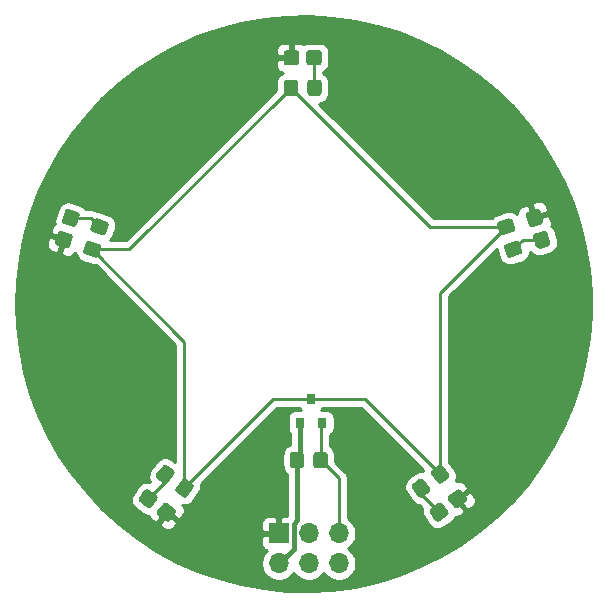
<source format=gbr>
%TF.GenerationSoftware,KiCad,Pcbnew,5.1.10-88a1d61d58~90~ubuntu20.04.1*%
%TF.CreationDate,2021-10-01T06:26:35-07:00*%
%TF.ProjectId,Moon_Addon,4d6f6f6e-5f41-4646-946f-6e2e6b696361,rev?*%
%TF.SameCoordinates,Original*%
%TF.FileFunction,Copper,L2,Bot*%
%TF.FilePolarity,Positive*%
%FSLAX45Y45*%
G04 Gerber Fmt 4.5, Leading zero omitted, Abs format (unit mm)*
G04 Created by KiCad (PCBNEW 5.1.10-88a1d61d58~90~ubuntu20.04.1) date 2021-10-01 06:26:35*
%MOMM*%
%LPD*%
G01*
G04 APERTURE LIST*
%TA.AperFunction,SMDPad,CuDef*%
%ADD10R,0.800000X0.900000*%
%TD*%
%TA.AperFunction,ComponentPad*%
%ADD11O,1.700000X1.700000*%
%TD*%
%TA.AperFunction,ComponentPad*%
%ADD12R,1.700000X1.700000*%
%TD*%
%TA.AperFunction,Conductor*%
%ADD13C,0.250000*%
%TD*%
%TA.AperFunction,Conductor*%
%ADD14C,0.400000*%
%TD*%
%TA.AperFunction,Conductor*%
%ADD15C,0.254000*%
%TD*%
%TA.AperFunction,Conductor*%
%ADD16C,0.100000*%
%TD*%
G04 APERTURE END LIST*
%TO.P,R7,2*%
%TO.N,Net-(Q2-Pad3)*%
%TA.AperFunction,SMDPad,CuDef*%
G36*
G01*
X11775807Y-9392997D02*
X11690212Y-9420809D01*
G75*
G02*
X11658710Y-9404758I-7725J23776D01*
G01*
X11637079Y-9338184D01*
G75*
G02*
X11653130Y-9306682I23776J7725D01*
G01*
X11738725Y-9278870D01*
G75*
G02*
X11770227Y-9294921I7725J-23776D01*
G01*
X11791858Y-9361496D01*
G75*
G02*
X11775807Y-9392997I-23776J-7725D01*
G01*
G37*
%TD.AperFunction*%
%TO.P,R7,1*%
%TO.N,Net-(D7-Pad1)*%
%TA.AperFunction,SMDPad,CuDef*%
G36*
G01*
X11837611Y-9583209D02*
X11752016Y-9611020D01*
G75*
G02*
X11720514Y-9594969I-7725J23776D01*
G01*
X11698883Y-9528395D01*
G75*
G02*
X11714933Y-9496893I23776J7725D01*
G01*
X11800529Y-9469082D01*
G75*
G02*
X11832030Y-9485133I7725J-23776D01*
G01*
X11853662Y-9551707D01*
G75*
G02*
X11837611Y-9583209I-23776J-7725D01*
G01*
G37*
%TD.AperFunction*%
%TD*%
%TO.P,R8,2*%
%TO.N,Net-(Q2-Pad3)*%
%TA.AperFunction,SMDPad,CuDef*%
G36*
G01*
X11135218Y-11516699D02*
X11082317Y-11443887D01*
G75*
G02*
X11087848Y-11408968I20225J14695D01*
G01*
X11144479Y-11367822D01*
G75*
G02*
X11179399Y-11373353I14695J-20225D01*
G01*
X11232300Y-11446165D01*
G75*
G02*
X11226769Y-11481085I-20225J-14695D01*
G01*
X11170138Y-11522230D01*
G75*
G02*
X11135218Y-11516699I-14695J20225D01*
G01*
G37*
%TD.AperFunction*%
%TO.P,R8,1*%
%TO.N,Net-(D8-Pad1)*%
%TA.AperFunction,SMDPad,CuDef*%
G36*
G01*
X10973414Y-11634256D02*
X10920513Y-11561444D01*
G75*
G02*
X10926044Y-11526525I20225J14695D01*
G01*
X10982676Y-11485379D01*
G75*
G02*
X11017595Y-11490910I14695J-20225D01*
G01*
X11070496Y-11563722D01*
G75*
G02*
X11064966Y-11598642I-20225J-14695D01*
G01*
X11008334Y-11639787D01*
G75*
G02*
X10973414Y-11634256I-14695J20225D01*
G01*
G37*
%TD.AperFunction*%
%TD*%
%TO.P,R9,2*%
%TO.N,Net-(Q2-Pad3)*%
%TA.AperFunction,SMDPad,CuDef*%
G36*
G01*
X8917504Y-11563722D02*
X8970405Y-11490910D01*
G75*
G02*
X9005325Y-11485379I20225J-14695D01*
G01*
X9061956Y-11526525D01*
G75*
G02*
X9067487Y-11561444I-14695J-20225D01*
G01*
X9014586Y-11634256D01*
G75*
G02*
X8979666Y-11639787I-20225J14695D01*
G01*
X8923035Y-11598642D01*
G75*
G02*
X8917504Y-11563722I14695J20225D01*
G01*
G37*
%TD.AperFunction*%
%TO.P,R9,1*%
%TO.N,Net-(D9-Pad1)*%
%TA.AperFunction,SMDPad,CuDef*%
G36*
G01*
X8755700Y-11446165D02*
X8808601Y-11373353D01*
G75*
G02*
X8843521Y-11367822I20225J-14695D01*
G01*
X8900153Y-11408968D01*
G75*
G02*
X8905683Y-11443887I-14695J-20225D01*
G01*
X8852782Y-11516699D01*
G75*
G02*
X8817863Y-11522230I-20225J14695D01*
G01*
X8761231Y-11481085D01*
G75*
G02*
X8755700Y-11446165I14695J20225D01*
G01*
G37*
%TD.AperFunction*%
%TD*%
%TO.P,R10,2*%
%TO.N,Net-(Q2-Pad3)*%
%TA.AperFunction,SMDPad,CuDef*%
G36*
G01*
X8187471Y-9469082D02*
X8273066Y-9496893D01*
G75*
G02*
X8289117Y-9528395I-7725J-23776D01*
G01*
X8267486Y-9594969D01*
G75*
G02*
X8235984Y-9611020I-23776J7725D01*
G01*
X8150389Y-9583209D01*
G75*
G02*
X8134338Y-9551707I7725J23776D01*
G01*
X8155969Y-9485133D01*
G75*
G02*
X8187471Y-9469082I23776J-7725D01*
G01*
G37*
%TD.AperFunction*%
%TO.P,R10,1*%
%TO.N,Net-(D10-Pad1)*%
%TA.AperFunction,SMDPad,CuDef*%
G36*
G01*
X8249275Y-9278870D02*
X8334870Y-9306682D01*
G75*
G02*
X8350921Y-9338184I-7725J-23776D01*
G01*
X8329289Y-9404758D01*
G75*
G02*
X8297788Y-9420809I-23776J7725D01*
G01*
X8212192Y-9392997D01*
G75*
G02*
X8196142Y-9361496I7725J23776D01*
G01*
X8217773Y-9294921D01*
G75*
G02*
X8249275Y-9278870I23776J-7725D01*
G01*
G37*
%TD.AperFunction*%
%TD*%
%TO.P,R12,2*%
%TO.N,GND*%
%TA.AperFunction,SMDPad,CuDef*%
G36*
G01*
X10005000Y-11280000D02*
X10005000Y-11370000D01*
G75*
G02*
X9980000Y-11395000I-25000J0D01*
G01*
X9910000Y-11395000D01*
G75*
G02*
X9885000Y-11370000I0J25000D01*
G01*
X9885000Y-11280000D01*
G75*
G02*
X9910000Y-11255000I25000J0D01*
G01*
X9980000Y-11255000D01*
G75*
G02*
X10005000Y-11280000I0J-25000D01*
G01*
G37*
%TD.AperFunction*%
%TO.P,R12,1*%
%TO.N,/GPIO1*%
%TA.AperFunction,SMDPad,CuDef*%
G36*
G01*
X10205000Y-11280000D02*
X10205000Y-11370000D01*
G75*
G02*
X10180000Y-11395000I-25000J0D01*
G01*
X10110000Y-11395000D01*
G75*
G02*
X10085000Y-11370000I0J25000D01*
G01*
X10085000Y-11280000D01*
G75*
G02*
X10110000Y-11255000I25000J0D01*
G01*
X10180000Y-11255000D01*
G75*
G02*
X10205000Y-11280000I0J-25000D01*
G01*
G37*
%TD.AperFunction*%
%TD*%
%TO.P,R6,2*%
%TO.N,Net-(Q2-Pad3)*%
%TA.AperFunction,SMDPad,CuDef*%
G36*
G01*
X9954000Y-8127500D02*
X9954000Y-8217500D01*
G75*
G02*
X9929000Y-8242500I-25000J0D01*
G01*
X9859000Y-8242500D01*
G75*
G02*
X9834000Y-8217500I0J25000D01*
G01*
X9834000Y-8127500D01*
G75*
G02*
X9859000Y-8102500I25000J0D01*
G01*
X9929000Y-8102500D01*
G75*
G02*
X9954000Y-8127500I0J-25000D01*
G01*
G37*
%TD.AperFunction*%
%TO.P,R6,1*%
%TO.N,Net-(D6-Pad1)*%
%TA.AperFunction,SMDPad,CuDef*%
G36*
G01*
X10154000Y-8127500D02*
X10154000Y-8217500D01*
G75*
G02*
X10129000Y-8242500I-25000J0D01*
G01*
X10059000Y-8242500D01*
G75*
G02*
X10034000Y-8217500I0J25000D01*
G01*
X10034000Y-8127500D01*
G75*
G02*
X10059000Y-8102500I25000J0D01*
G01*
X10129000Y-8102500D01*
G75*
G02*
X10154000Y-8127500I0J-25000D01*
G01*
G37*
%TD.AperFunction*%
%TD*%
D10*
%TO.P,Q2,3*%
%TO.N,Net-(Q2-Pad3)*%
X10065000Y-10810000D03*
%TO.P,Q2,2*%
%TO.N,GND*%
X9970000Y-11010000D03*
%TO.P,Q2,1*%
%TO.N,/GPIO1*%
X10160000Y-11010000D03*
%TD*%
%TO.P,D10,2*%
%TO.N,+3V3*%
%TA.AperFunction,SMDPad,CuDef*%
G36*
G01*
X7953748Y-9382626D02*
X8029833Y-9407347D01*
G75*
G02*
X8045884Y-9438849I-7725J-23776D01*
G01*
X8020390Y-9517311D01*
G75*
G02*
X7988888Y-9533362I-23776J7725D01*
G01*
X7912804Y-9508641D01*
G75*
G02*
X7896753Y-9477139I7725J23776D01*
G01*
X7922246Y-9398677D01*
G75*
G02*
X7953748Y-9382626I23776J-7725D01*
G01*
G37*
%TD.AperFunction*%
%TO.P,D10,1*%
%TO.N,Net-(D10-Pad1)*%
%TA.AperFunction,SMDPad,CuDef*%
G36*
G01*
X8013234Y-9199548D02*
X8089319Y-9224269D01*
G75*
G02*
X8105370Y-9255771I-7725J-23776D01*
G01*
X8079876Y-9334233D01*
G75*
G02*
X8048374Y-9350284I-23776J7725D01*
G01*
X7972289Y-9325563D01*
G75*
G02*
X7956238Y-9294061I7725J23776D01*
G01*
X7981732Y-9215599D01*
G75*
G02*
X8013234Y-9199548I23776J-7725D01*
G01*
G37*
%TD.AperFunction*%
%TD*%
%TO.P,D9,2*%
%TO.N,+3V3*%
%TA.AperFunction,SMDPad,CuDef*%
G36*
G01*
X8763055Y-11759289D02*
X8810078Y-11694568D01*
G75*
G02*
X8844998Y-11689037I20225J-14695D01*
G01*
X8911742Y-11737529D01*
G75*
G02*
X8917273Y-11772449I-14695J-20225D01*
G01*
X8870250Y-11837171D01*
G75*
G02*
X8835330Y-11842702I-20225J14695D01*
G01*
X8768586Y-11794209D01*
G75*
G02*
X8763055Y-11759289I14695J20225D01*
G01*
G37*
%TD.AperFunction*%
%TO.P,D9,1*%
%TO.N,Net-(D9-Pad1)*%
%TA.AperFunction,SMDPad,CuDef*%
G36*
G01*
X8607319Y-11646141D02*
X8654342Y-11581419D01*
G75*
G02*
X8689262Y-11575889I20225J-14695D01*
G01*
X8756006Y-11624381D01*
G75*
G02*
X8761537Y-11659301I-14695J-20225D01*
G01*
X8714514Y-11724022D01*
G75*
G02*
X8679594Y-11729553I-20225J14695D01*
G01*
X8612850Y-11681061D01*
G75*
G02*
X8607319Y-11646141I14695J20225D01*
G01*
G37*
%TD.AperFunction*%
%TD*%
%TO.P,D8,2*%
%TO.N,+3V3*%
%TA.AperFunction,SMDPad,CuDef*%
G36*
G01*
X11273486Y-11724022D02*
X11226463Y-11659301D01*
G75*
G02*
X11231994Y-11624381I20225J14695D01*
G01*
X11298738Y-11575889D01*
G75*
G02*
X11333658Y-11581419I14695J-20225D01*
G01*
X11380681Y-11646141D01*
G75*
G02*
X11375150Y-11681061I-20225J-14695D01*
G01*
X11308406Y-11729553D01*
G75*
G02*
X11273486Y-11724022I-14695J20225D01*
G01*
G37*
%TD.AperFunction*%
%TO.P,D8,1*%
%TO.N,Net-(D8-Pad1)*%
%TA.AperFunction,SMDPad,CuDef*%
G36*
G01*
X11117750Y-11837171D02*
X11070727Y-11772449D01*
G75*
G02*
X11076258Y-11737529I20225J14695D01*
G01*
X11143002Y-11689037D01*
G75*
G02*
X11177922Y-11694568I14695J-20225D01*
G01*
X11224945Y-11759289D01*
G75*
G02*
X11219414Y-11794209I-20225J-14695D01*
G01*
X11152670Y-11842702D01*
G75*
G02*
X11117750Y-11837171I-14695J20225D01*
G01*
G37*
%TD.AperFunction*%
%TD*%
%TO.P,D7,2*%
%TO.N,+3V3*%
%TA.AperFunction,SMDPad,CuDef*%
G36*
G01*
X12015711Y-9325563D02*
X11939626Y-9350284D01*
G75*
G02*
X11908124Y-9334233I-7725J23776D01*
G01*
X11882630Y-9255771D01*
G75*
G02*
X11898681Y-9224269I23776J7725D01*
G01*
X11974766Y-9199548D01*
G75*
G02*
X12006268Y-9215599I7725J-23776D01*
G01*
X12031762Y-9294061D01*
G75*
G02*
X12015711Y-9325563I-23776J-7725D01*
G01*
G37*
%TD.AperFunction*%
%TO.P,D7,1*%
%TO.N,Net-(D7-Pad1)*%
%TA.AperFunction,SMDPad,CuDef*%
G36*
G01*
X12075196Y-9508641D02*
X11999112Y-9533362D01*
G75*
G02*
X11967610Y-9517311I-7725J23776D01*
G01*
X11942116Y-9438849D01*
G75*
G02*
X11958167Y-9407347I23776J7725D01*
G01*
X12034252Y-9382626D01*
G75*
G02*
X12065753Y-9398677I7725J-23776D01*
G01*
X12091247Y-9477139D01*
G75*
G02*
X12075196Y-9508641I-23776J-7725D01*
G01*
G37*
%TD.AperFunction*%
%TD*%
%TO.P,D6,2*%
%TO.N,+3V3*%
%TA.AperFunction,SMDPad,CuDef*%
G36*
G01*
X9964000Y-7878500D02*
X9964000Y-7958500D01*
G75*
G02*
X9939000Y-7983500I-25000J0D01*
G01*
X9856500Y-7983500D01*
G75*
G02*
X9831500Y-7958500I0J25000D01*
G01*
X9831500Y-7878500D01*
G75*
G02*
X9856500Y-7853500I25000J0D01*
G01*
X9939000Y-7853500D01*
G75*
G02*
X9964000Y-7878500I0J-25000D01*
G01*
G37*
%TD.AperFunction*%
%TO.P,D6,1*%
%TO.N,Net-(D6-Pad1)*%
%TA.AperFunction,SMDPad,CuDef*%
G36*
G01*
X10156500Y-7878500D02*
X10156500Y-7958500D01*
G75*
G02*
X10131500Y-7983500I-25000J0D01*
G01*
X10049000Y-7983500D01*
G75*
G02*
X10024000Y-7958500I0J25000D01*
G01*
X10024000Y-7878500D01*
G75*
G02*
X10049000Y-7853500I25000J0D01*
G01*
X10131500Y-7853500D01*
G75*
G02*
X10156500Y-7878500I0J-25000D01*
G01*
G37*
%TD.AperFunction*%
%TD*%
D11*
%TO.P,J1,6*%
%TO.N,Net-(J1-Pad6)*%
X10300000Y-12200000D03*
%TO.P,J1,5*%
%TO.N,/GPIO1*%
X10300000Y-11946000D03*
%TO.P,J1,4*%
%TO.N,Net-(J1-Pad4)*%
X10046000Y-12200000D03*
%TO.P,J1,3*%
%TO.N,Net-(J1-Pad3)*%
X10046000Y-11946000D03*
%TO.P,J1,2*%
%TO.N,GND*%
X9792000Y-12200000D03*
D12*
%TO.P,J1,1*%
%TO.N,+3V3*%
X9792000Y-11946000D03*
%TD*%
D13*
%TO.N,Net-(D6-Pad1)*%
X10090250Y-8168750D02*
X10094000Y-8172500D01*
X10090250Y-7918500D02*
X10090250Y-8168750D01*
%TO.N,Net-(D7-Pad1)*%
X11858329Y-9457994D02*
X11776272Y-9540051D01*
X12016682Y-9457994D02*
X11858329Y-9457994D01*
%TO.N,Net-(D8-Pad1)*%
X10995505Y-11613538D02*
X10995505Y-11562583D01*
X11147836Y-11765869D02*
X10995505Y-11613538D01*
%TO.N,Net-(D9-Pad1)*%
X8830692Y-11506457D02*
X8830692Y-11445026D01*
X8684428Y-11652721D02*
X8830692Y-11506457D01*
%TO.N,Net-(D10-Pad1)*%
X8198607Y-9274916D02*
X8273531Y-9349840D01*
X8030804Y-9274916D02*
X8198607Y-9274916D01*
%TO.N,/GPIO1*%
X10300000Y-11480000D02*
X10145000Y-11325000D01*
X10300000Y-11946000D02*
X10300000Y-11480000D01*
X10145000Y-11025000D02*
X10160000Y-11010000D01*
X10145000Y-11325000D02*
X10145000Y-11025000D01*
D14*
%TO.N,GND*%
X9970000Y-11300000D02*
X9945000Y-11325000D01*
X9970000Y-11010000D02*
X9970000Y-11300000D01*
X9917000Y-12075000D02*
X9792000Y-12200000D01*
X9917000Y-11863000D02*
X9917000Y-12075000D01*
X9945000Y-11835000D02*
X9917000Y-11863000D01*
X9945000Y-11325000D02*
X9945000Y-11835000D01*
D13*
%TO.N,Net-(Q2-Pad3)*%
X9745078Y-10810000D02*
X10065000Y-10810000D01*
X8992495Y-11562583D02*
X9745078Y-10810000D01*
X10522282Y-10810000D02*
X11157308Y-11445026D01*
X10065000Y-10810000D02*
X10522282Y-10810000D01*
X11157308Y-9907000D02*
X11714469Y-9349840D01*
X11157308Y-11445026D02*
X11157308Y-9907000D01*
X8992495Y-10320818D02*
X8992495Y-11562583D01*
X8211728Y-9540051D02*
X8992495Y-10320818D01*
X11071340Y-9349840D02*
X9894000Y-8172500D01*
X11714469Y-9349840D02*
X11071340Y-9349840D01*
X8526449Y-9540051D02*
X9894000Y-8172500D01*
X8211728Y-9540051D02*
X8526449Y-9540051D01*
%TD*%
D15*
%TO.N,+3V3*%
X10241584Y-7578019D02*
X10433247Y-7604869D01*
X10622171Y-7646862D01*
X10807161Y-7703732D01*
X10987049Y-7775120D01*
X11160696Y-7860574D01*
X11327004Y-7959555D01*
X11484923Y-8071436D01*
X11633454Y-8195510D01*
X11771657Y-8330992D01*
X11898659Y-8477027D01*
X12013658Y-8632690D01*
X12115925Y-8796998D01*
X12204815Y-8968911D01*
X12279766Y-9147343D01*
X12340303Y-9331167D01*
X12386044Y-9519218D01*
X12416699Y-9710310D01*
X12432076Y-9903233D01*
X12432076Y-10096767D01*
X12416699Y-10289690D01*
X12386044Y-10480782D01*
X12340303Y-10668833D01*
X12279766Y-10852657D01*
X12204815Y-11031089D01*
X12115925Y-11203002D01*
X12013658Y-11367310D01*
X11898659Y-11522973D01*
X11771657Y-11669008D01*
X11633454Y-11804490D01*
X11484923Y-11928564D01*
X11327004Y-12040445D01*
X11160696Y-12139426D01*
X10987049Y-12224880D01*
X10807161Y-12296268D01*
X10622171Y-12353138D01*
X10433247Y-12395131D01*
X10241584Y-12421981D01*
X10048393Y-12433519D01*
X9854897Y-12429671D01*
X9662318Y-12410462D01*
X9471874Y-12376013D01*
X9284768Y-12326542D01*
X9102185Y-12262363D01*
X8925278Y-12183879D01*
X8755166Y-12091589D01*
X8592924Y-11986075D01*
X8439578Y-11868004D01*
X8435652Y-11864450D01*
X8784239Y-11864450D01*
X8787751Y-11886624D01*
X8818050Y-11909017D01*
X8828842Y-11915342D01*
X8840660Y-11919440D01*
X8853050Y-11921154D01*
X8865537Y-11920418D01*
X8877640Y-11917260D01*
X8888895Y-11911801D01*
X8898868Y-11904251D01*
X8907176Y-11894901D01*
X8928338Y-11865252D01*
X8927665Y-11861000D01*
X9643193Y-11861000D01*
X9643500Y-11917425D01*
X9659375Y-11933300D01*
X9779300Y-11933300D01*
X9779300Y-11813375D01*
X9763425Y-11797500D01*
X9707000Y-11797193D01*
X9694552Y-11798419D01*
X9682582Y-11802050D01*
X9671551Y-11807946D01*
X9661882Y-11815881D01*
X9653946Y-11825551D01*
X9648050Y-11836582D01*
X9644419Y-11848552D01*
X9643193Y-11861000D01*
X8927665Y-11861000D01*
X8924826Y-11843078D01*
X8842974Y-11783609D01*
X8784239Y-11864450D01*
X8435652Y-11864450D01*
X8296098Y-11738123D01*
X8163390Y-11597253D01*
X8042293Y-11446285D01*
X7933574Y-11286173D01*
X7837920Y-11117930D01*
X7755935Y-10942618D01*
X7688138Y-10761347D01*
X7634957Y-10575262D01*
X7596728Y-10385541D01*
X7573694Y-10193382D01*
X7566000Y-10000000D01*
X7573694Y-9806618D01*
X7596728Y-9614459D01*
X7618598Y-9505922D01*
X7825417Y-9505922D01*
X7827616Y-9518235D01*
X7832174Y-9529883D01*
X7838918Y-9540418D01*
X7847588Y-9549435D01*
X7857850Y-9556587D01*
X7869310Y-9561600D01*
X7904047Y-9572564D01*
X7924050Y-9562371D01*
X7955315Y-9466148D01*
X7860281Y-9435270D01*
X7840277Y-9445462D01*
X7828343Y-9481198D01*
X7825662Y-9493416D01*
X7825417Y-9505922D01*
X7618598Y-9505922D01*
X7634957Y-9424738D01*
X7644567Y-9391109D01*
X7857938Y-9391109D01*
X7868130Y-9411113D01*
X7963164Y-9441991D01*
X7963782Y-9440089D01*
X7987939Y-9447938D01*
X7987321Y-9449840D01*
X7989223Y-9450458D01*
X7981374Y-9474615D01*
X7979472Y-9473997D01*
X7948207Y-9570220D01*
X7958400Y-9590224D01*
X7992947Y-9601772D01*
X8005165Y-9604453D01*
X8017671Y-9604698D01*
X8029984Y-9602499D01*
X8041632Y-9597940D01*
X8052167Y-9591197D01*
X8061184Y-9582527D01*
X8068336Y-9572265D01*
X8069964Y-9568544D01*
X8072642Y-9583538D01*
X8078987Y-9599750D01*
X8088373Y-9614412D01*
X8100439Y-9626962D01*
X8114721Y-9636916D01*
X8130672Y-9643893D01*
X8216267Y-9671705D01*
X8233272Y-9675435D01*
X8239759Y-9675563D01*
X8916495Y-10352299D01*
X8916495Y-11341971D01*
X8881026Y-11316201D01*
X8866007Y-11307398D01*
X8849558Y-11301694D01*
X8832313Y-11299309D01*
X8814934Y-11300334D01*
X8798089Y-11304730D01*
X8782425Y-11312327D01*
X8768544Y-11322835D01*
X8756980Y-11335848D01*
X8704079Y-11408660D01*
X8695276Y-11423680D01*
X8689572Y-11440128D01*
X8687187Y-11457373D01*
X8688212Y-11474752D01*
X8692608Y-11491597D01*
X8700205Y-11507261D01*
X8704517Y-11512957D01*
X8695299Y-11509761D01*
X8678054Y-11507375D01*
X8660675Y-11508400D01*
X8643830Y-11512796D01*
X8628166Y-11520393D01*
X8614285Y-11530901D01*
X8602721Y-11543914D01*
X8555698Y-11608636D01*
X8546895Y-11623655D01*
X8541191Y-11640104D01*
X8538806Y-11657349D01*
X8539831Y-11674728D01*
X8544227Y-11691573D01*
X8551824Y-11707237D01*
X8562332Y-11721118D01*
X8575345Y-11732682D01*
X8642089Y-11781174D01*
X8657109Y-11789977D01*
X8673557Y-11795681D01*
X8687454Y-11797603D01*
X8688497Y-11801599D01*
X8693956Y-11812854D01*
X8701506Y-11822827D01*
X8710856Y-11831136D01*
X8741516Y-11853032D01*
X8763690Y-11849520D01*
X8822425Y-11768679D01*
X8820807Y-11767503D01*
X8835736Y-11746954D01*
X8837354Y-11748130D01*
X8838530Y-11746512D01*
X8859079Y-11761442D01*
X8857903Y-11763060D01*
X8939756Y-11822529D01*
X8961930Y-11819017D01*
X8983589Y-11789729D01*
X8989914Y-11778938D01*
X8994012Y-11767119D01*
X8995725Y-11754729D01*
X8994989Y-11742242D01*
X8991831Y-11730139D01*
X8986372Y-11718885D01*
X8978823Y-11708912D01*
X8975786Y-11706213D01*
X8990874Y-11708300D01*
X9008253Y-11707275D01*
X9025098Y-11702880D01*
X9040762Y-11695282D01*
X9054643Y-11684775D01*
X9066207Y-11671761D01*
X9119108Y-11598949D01*
X9127911Y-11583930D01*
X9133615Y-11567481D01*
X9136000Y-11550236D01*
X9134975Y-11532857D01*
X9133884Y-11528675D01*
X9776559Y-10886000D01*
X9969568Y-10886000D01*
X9971946Y-10890449D01*
X9979882Y-10900119D01*
X9981191Y-10901193D01*
X9930000Y-10901193D01*
X9917552Y-10902419D01*
X9905582Y-10906050D01*
X9894551Y-10911946D01*
X9884882Y-10919882D01*
X9876946Y-10929551D01*
X9871050Y-10940582D01*
X9867419Y-10952552D01*
X9866193Y-10965000D01*
X9866193Y-11055000D01*
X9867419Y-11067448D01*
X9871050Y-11079418D01*
X9876946Y-11090449D01*
X9884882Y-11100119D01*
X9886500Y-11101447D01*
X9886500Y-11194772D01*
X9876015Y-11197953D01*
X9860661Y-11206159D01*
X9847204Y-11217204D01*
X9836160Y-11230661D01*
X9827953Y-11246015D01*
X9822899Y-11262674D01*
X9821193Y-11280000D01*
X9821193Y-11370000D01*
X9822899Y-11387325D01*
X9827953Y-11403985D01*
X9836160Y-11419339D01*
X9847204Y-11432796D01*
X9860661Y-11443840D01*
X9861500Y-11444289D01*
X9861500Y-11797277D01*
X9820575Y-11797500D01*
X9804700Y-11813375D01*
X9804700Y-11933300D01*
X9806700Y-11933300D01*
X9806700Y-11958700D01*
X9804700Y-11958700D01*
X9804700Y-11960700D01*
X9779300Y-11960700D01*
X9779300Y-11958700D01*
X9659375Y-11958700D01*
X9643500Y-11974575D01*
X9643193Y-12031000D01*
X9644419Y-12043448D01*
X9648050Y-12055418D01*
X9653946Y-12066449D01*
X9661882Y-12076118D01*
X9671551Y-12084054D01*
X9682582Y-12089950D01*
X9689838Y-12092151D01*
X9676653Y-12105337D01*
X9660401Y-12129659D01*
X9649207Y-12156684D01*
X9643500Y-12185374D01*
X9643500Y-12214626D01*
X9649207Y-12243316D01*
X9660401Y-12270341D01*
X9676653Y-12294663D01*
X9697337Y-12315347D01*
X9721659Y-12331599D01*
X9748684Y-12342793D01*
X9777374Y-12348500D01*
X9806626Y-12348500D01*
X9835316Y-12342793D01*
X9862341Y-12331599D01*
X9886663Y-12315347D01*
X9907348Y-12294663D01*
X9919000Y-12277224D01*
X9930653Y-12294663D01*
X9951337Y-12315347D01*
X9975659Y-12331599D01*
X10002684Y-12342793D01*
X10031374Y-12348500D01*
X10060626Y-12348500D01*
X10089316Y-12342793D01*
X10116341Y-12331599D01*
X10140663Y-12315347D01*
X10161348Y-12294663D01*
X10173000Y-12277224D01*
X10184653Y-12294663D01*
X10205337Y-12315347D01*
X10229659Y-12331599D01*
X10256684Y-12342793D01*
X10285374Y-12348500D01*
X10314626Y-12348500D01*
X10343316Y-12342793D01*
X10370341Y-12331599D01*
X10394663Y-12315347D01*
X10415348Y-12294663D01*
X10431599Y-12270341D01*
X10442793Y-12243316D01*
X10448500Y-12214626D01*
X10448500Y-12185374D01*
X10442793Y-12156684D01*
X10431599Y-12129659D01*
X10415348Y-12105337D01*
X10394663Y-12084652D01*
X10377224Y-12073000D01*
X10394663Y-12061347D01*
X10415348Y-12040663D01*
X10431599Y-12016341D01*
X10442793Y-11989316D01*
X10448500Y-11960626D01*
X10448500Y-11931374D01*
X10442793Y-11902684D01*
X10431599Y-11875659D01*
X10415348Y-11851337D01*
X10394663Y-11830652D01*
X10376000Y-11818182D01*
X10376000Y-11483732D01*
X10376368Y-11480000D01*
X10376000Y-11476268D01*
X10376000Y-11476267D01*
X10374900Y-11465101D01*
X10370555Y-11450775D01*
X10366377Y-11442960D01*
X10363497Y-11437572D01*
X10356380Y-11428900D01*
X10354000Y-11426000D01*
X10351100Y-11423620D01*
X10268807Y-11341327D01*
X10268807Y-11280000D01*
X10267101Y-11262674D01*
X10262047Y-11246015D01*
X10253841Y-11230661D01*
X10242796Y-11217204D01*
X10229339Y-11206159D01*
X10221000Y-11201702D01*
X10221000Y-11114987D01*
X10224418Y-11113950D01*
X10235449Y-11108054D01*
X10245119Y-11100119D01*
X10253054Y-11090449D01*
X10258950Y-11079418D01*
X10262581Y-11067448D01*
X10263807Y-11055000D01*
X10263807Y-10965000D01*
X10262581Y-10952552D01*
X10258950Y-10940582D01*
X10253054Y-10929551D01*
X10245119Y-10919882D01*
X10235449Y-10911946D01*
X10224418Y-10906050D01*
X10212448Y-10902419D01*
X10200000Y-10901193D01*
X10148810Y-10901193D01*
X10150119Y-10900119D01*
X10158054Y-10890449D01*
X10160432Y-10886000D01*
X10490802Y-10886000D01*
X11015920Y-11411118D01*
X11014828Y-11415300D01*
X11014624Y-11418768D01*
X11011263Y-11417891D01*
X10993884Y-11416866D01*
X10976639Y-11419251D01*
X10960190Y-11424955D01*
X10945171Y-11433758D01*
X10888539Y-11474903D01*
X10875526Y-11486468D01*
X10865018Y-11500348D01*
X10857421Y-11516012D01*
X10853025Y-11532857D01*
X10852000Y-11550236D01*
X10854385Y-11567481D01*
X10860089Y-11583930D01*
X10868892Y-11598949D01*
X10921793Y-11671761D01*
X10933357Y-11684775D01*
X10947238Y-11695282D01*
X10962902Y-11702880D01*
X10979747Y-11707275D01*
X10981888Y-11707402D01*
X11006366Y-11731879D01*
X11003239Y-11743862D01*
X11002214Y-11761242D01*
X11004599Y-11778487D01*
X11010303Y-11794935D01*
X11019106Y-11809955D01*
X11066129Y-11874676D01*
X11077693Y-11887689D01*
X11091574Y-11898197D01*
X11107238Y-11905794D01*
X11124083Y-11910190D01*
X11141462Y-11911215D01*
X11158707Y-11908830D01*
X11175156Y-11903126D01*
X11190175Y-11894323D01*
X11256919Y-11845830D01*
X11269933Y-11834266D01*
X11280440Y-11820385D01*
X11286563Y-11807763D01*
X11290685Y-11808006D01*
X11303076Y-11806292D01*
X11314894Y-11802194D01*
X11325685Y-11795869D01*
X11355984Y-11773475D01*
X11359497Y-11751301D01*
X11300762Y-11670460D01*
X11299144Y-11671636D01*
X11287443Y-11655530D01*
X11321311Y-11655530D01*
X11380046Y-11736371D01*
X11402220Y-11739883D01*
X11432880Y-11717987D01*
X11442230Y-11709678D01*
X11449780Y-11699705D01*
X11455239Y-11688451D01*
X11458397Y-11676348D01*
X11459133Y-11663861D01*
X11457419Y-11651471D01*
X11453321Y-11639653D01*
X11446996Y-11628861D01*
X11425338Y-11599573D01*
X11403163Y-11596061D01*
X11321311Y-11655530D01*
X11287443Y-11655530D01*
X11284214Y-11651087D01*
X11285832Y-11649911D01*
X11284657Y-11648293D01*
X11305206Y-11633363D01*
X11306381Y-11634981D01*
X11388234Y-11575512D01*
X11391746Y-11553338D01*
X11370584Y-11523689D01*
X11362275Y-11514339D01*
X11352302Y-11506789D01*
X11341048Y-11501331D01*
X11328945Y-11498172D01*
X11316458Y-11497436D01*
X11304068Y-11499150D01*
X11292250Y-11503248D01*
X11288745Y-11505302D01*
X11295392Y-11491597D01*
X11299788Y-11474752D01*
X11300813Y-11457373D01*
X11298428Y-11440128D01*
X11292724Y-11423679D01*
X11283921Y-11408660D01*
X11233308Y-11338998D01*
X11233308Y-9938480D01*
X11635585Y-9536203D01*
X11638198Y-9548113D01*
X11659830Y-9614687D01*
X11666806Y-9630637D01*
X11676761Y-9644920D01*
X11689310Y-9656986D01*
X11703973Y-9666372D01*
X11720184Y-9672717D01*
X11737322Y-9675777D01*
X11754728Y-9675435D01*
X11771733Y-9671705D01*
X11857328Y-9643893D01*
X11873279Y-9636916D01*
X11887561Y-9626962D01*
X11899627Y-9614412D01*
X11909013Y-9599750D01*
X11915358Y-9583538D01*
X11918419Y-9566400D01*
X11918278Y-9559258D01*
X11923857Y-9567262D01*
X11936406Y-9579328D01*
X11951069Y-9588714D01*
X11967281Y-9595059D01*
X11984419Y-9598119D01*
X12001825Y-9597778D01*
X12018829Y-9594047D01*
X12094914Y-9569325D01*
X12110864Y-9562348D01*
X12125147Y-9552394D01*
X12137213Y-9539845D01*
X12146599Y-9525182D01*
X12152944Y-9508970D01*
X12156004Y-9491832D01*
X12155663Y-9474426D01*
X12151932Y-9457422D01*
X12126438Y-9378959D01*
X12119461Y-9363009D01*
X12109507Y-9348727D01*
X12099393Y-9339003D01*
X12100899Y-9335157D01*
X12103098Y-9322843D01*
X12102852Y-9310337D01*
X12100171Y-9298120D01*
X12088237Y-9262384D01*
X12068233Y-9252191D01*
X11973199Y-9283070D01*
X11973817Y-9284972D01*
X11949660Y-9292821D01*
X11949042Y-9290919D01*
X11947140Y-9291537D01*
X11939291Y-9267380D01*
X11941193Y-9266762D01*
X11909928Y-9170539D01*
X11894524Y-9162690D01*
X11934085Y-9162690D01*
X11965350Y-9258913D01*
X12060384Y-9228034D01*
X12070577Y-9208031D01*
X12059227Y-9172105D01*
X12054214Y-9160645D01*
X12047062Y-9150383D01*
X12038045Y-9141713D01*
X12027510Y-9134970D01*
X12015862Y-9130411D01*
X12003549Y-9128212D01*
X11991043Y-9128457D01*
X11978825Y-9131138D01*
X11944277Y-9142686D01*
X11934085Y-9162690D01*
X11894524Y-9162690D01*
X11889925Y-9160346D01*
X11855187Y-9171310D01*
X11843727Y-9176323D01*
X11833465Y-9183475D01*
X11824796Y-9192492D01*
X11818052Y-9203027D01*
X11813493Y-9214674D01*
X11811294Y-9226988D01*
X11811540Y-9239494D01*
X11812411Y-9243462D01*
X11801431Y-9232905D01*
X11786768Y-9223519D01*
X11770557Y-9217174D01*
X11753418Y-9214113D01*
X11736013Y-9214455D01*
X11719008Y-9218186D01*
X11633413Y-9245998D01*
X11617462Y-9252975D01*
X11603180Y-9262929D01*
X11592689Y-9273840D01*
X11102820Y-9273840D01*
X10134724Y-8305743D01*
X10146325Y-8304601D01*
X10162985Y-8299547D01*
X10178339Y-8291340D01*
X10191796Y-8280296D01*
X10202840Y-8266839D01*
X10211047Y-8251485D01*
X10216101Y-8234825D01*
X10217807Y-8217500D01*
X10217807Y-8127500D01*
X10216101Y-8110174D01*
X10211047Y-8093515D01*
X10202840Y-8078161D01*
X10191796Y-8064704D01*
X10178339Y-8053659D01*
X10166250Y-8047198D01*
X10166250Y-8040138D01*
X10180839Y-8032340D01*
X10194296Y-8021296D01*
X10205340Y-8007839D01*
X10213547Y-7992485D01*
X10218601Y-7975825D01*
X10220307Y-7958500D01*
X10220307Y-7878500D01*
X10218601Y-7861175D01*
X10213547Y-7844515D01*
X10205340Y-7829161D01*
X10194296Y-7815704D01*
X10180839Y-7804659D01*
X10165485Y-7796453D01*
X10148825Y-7791399D01*
X10131500Y-7789693D01*
X10049000Y-7789693D01*
X10031675Y-7791399D01*
X10015015Y-7796453D01*
X10002642Y-7803066D01*
X9999449Y-7800446D01*
X9988418Y-7794550D01*
X9976448Y-7790919D01*
X9964000Y-7789693D01*
X9926325Y-7790000D01*
X9910450Y-7805875D01*
X9910450Y-7905800D01*
X9912450Y-7905800D01*
X9912450Y-7931200D01*
X9910450Y-7931200D01*
X9910450Y-7933200D01*
X9885050Y-7933200D01*
X9885050Y-7931200D01*
X9783875Y-7931200D01*
X9768000Y-7947075D01*
X9767693Y-7983500D01*
X9768919Y-7995948D01*
X9772550Y-8007918D01*
X9778446Y-8018949D01*
X9786381Y-8028618D01*
X9796051Y-8036554D01*
X9807082Y-8042450D01*
X9819052Y-8046081D01*
X9823094Y-8046479D01*
X9809661Y-8053659D01*
X9796204Y-8064704D01*
X9785159Y-8078161D01*
X9776953Y-8093515D01*
X9771899Y-8110174D01*
X9770193Y-8127500D01*
X9770193Y-8188827D01*
X8494969Y-9464051D01*
X8363325Y-9464051D01*
X8373043Y-9454708D01*
X8382997Y-9440426D01*
X8389974Y-9424475D01*
X8411605Y-9357901D01*
X8415336Y-9340897D01*
X8415678Y-9323491D01*
X8412617Y-9306353D01*
X8406272Y-9290141D01*
X8396886Y-9275478D01*
X8384820Y-9262929D01*
X8370537Y-9252975D01*
X8354587Y-9245998D01*
X8268992Y-9218186D01*
X8251987Y-9214455D01*
X8244558Y-9214309D01*
X8241035Y-9211418D01*
X8227832Y-9204361D01*
X8213506Y-9200015D01*
X8202341Y-9198916D01*
X8202339Y-9198916D01*
X8198607Y-9198548D01*
X8194875Y-9198916D01*
X8155080Y-9198916D01*
X8151335Y-9193065D01*
X8139269Y-9180516D01*
X8124986Y-9170561D01*
X8109036Y-9163585D01*
X8032952Y-9138863D01*
X8015947Y-9135132D01*
X7998541Y-9134791D01*
X7981403Y-9137851D01*
X7965191Y-9144196D01*
X7950529Y-9153582D01*
X7937979Y-9165648D01*
X7928025Y-9179931D01*
X7921048Y-9195881D01*
X7895554Y-9274343D01*
X7891823Y-9291348D01*
X7891481Y-9308754D01*
X7893948Y-9322565D01*
X7890469Y-9324792D01*
X7881452Y-9333461D01*
X7874300Y-9343723D01*
X7869288Y-9355183D01*
X7857938Y-9391109D01*
X7644567Y-9391109D01*
X7688138Y-9238653D01*
X7755935Y-9057382D01*
X7837920Y-8882070D01*
X7933574Y-8713827D01*
X8042293Y-8553715D01*
X8163390Y-8402747D01*
X8296098Y-8261877D01*
X8439578Y-8131996D01*
X8592924Y-8013925D01*
X8755166Y-7908411D01*
X8856380Y-7853500D01*
X9767693Y-7853500D01*
X9768000Y-7889925D01*
X9783875Y-7905800D01*
X9885050Y-7905800D01*
X9885050Y-7805875D01*
X9869175Y-7790000D01*
X9831500Y-7789693D01*
X9819052Y-7790919D01*
X9807082Y-7794550D01*
X9796051Y-7800446D01*
X9786381Y-7808381D01*
X9778446Y-7818051D01*
X9772550Y-7829082D01*
X9768919Y-7841052D01*
X9767693Y-7853500D01*
X8856380Y-7853500D01*
X8925278Y-7816121D01*
X9102185Y-7737637D01*
X9284768Y-7673457D01*
X9471874Y-7623987D01*
X9662318Y-7589538D01*
X9854897Y-7570329D01*
X10048393Y-7566481D01*
X10241584Y-7578019D01*
%TA.AperFunction,Conductor*%
D16*
G36*
X10241584Y-7578019D02*
G01*
X10433247Y-7604869D01*
X10622171Y-7646862D01*
X10807161Y-7703732D01*
X10987049Y-7775120D01*
X11160696Y-7860574D01*
X11327004Y-7959555D01*
X11484923Y-8071436D01*
X11633454Y-8195510D01*
X11771657Y-8330992D01*
X11898659Y-8477027D01*
X12013658Y-8632690D01*
X12115925Y-8796998D01*
X12204815Y-8968911D01*
X12279766Y-9147343D01*
X12340303Y-9331167D01*
X12386044Y-9519218D01*
X12416699Y-9710310D01*
X12432076Y-9903233D01*
X12432076Y-10096767D01*
X12416699Y-10289690D01*
X12386044Y-10480782D01*
X12340303Y-10668833D01*
X12279766Y-10852657D01*
X12204815Y-11031089D01*
X12115925Y-11203002D01*
X12013658Y-11367310D01*
X11898659Y-11522973D01*
X11771657Y-11669008D01*
X11633454Y-11804490D01*
X11484923Y-11928564D01*
X11327004Y-12040445D01*
X11160696Y-12139426D01*
X10987049Y-12224880D01*
X10807161Y-12296268D01*
X10622171Y-12353138D01*
X10433247Y-12395131D01*
X10241584Y-12421981D01*
X10048393Y-12433519D01*
X9854897Y-12429671D01*
X9662318Y-12410462D01*
X9471874Y-12376013D01*
X9284768Y-12326542D01*
X9102185Y-12262363D01*
X8925278Y-12183879D01*
X8755166Y-12091589D01*
X8592924Y-11986075D01*
X8439578Y-11868004D01*
X8435652Y-11864450D01*
X8784239Y-11864450D01*
X8787751Y-11886624D01*
X8818050Y-11909017D01*
X8828842Y-11915342D01*
X8840660Y-11919440D01*
X8853050Y-11921154D01*
X8865537Y-11920418D01*
X8877640Y-11917260D01*
X8888895Y-11911801D01*
X8898868Y-11904251D01*
X8907176Y-11894901D01*
X8928338Y-11865252D01*
X8927665Y-11861000D01*
X9643193Y-11861000D01*
X9643500Y-11917425D01*
X9659375Y-11933300D01*
X9779300Y-11933300D01*
X9779300Y-11813375D01*
X9763425Y-11797500D01*
X9707000Y-11797193D01*
X9694552Y-11798419D01*
X9682582Y-11802050D01*
X9671551Y-11807946D01*
X9661882Y-11815881D01*
X9653946Y-11825551D01*
X9648050Y-11836582D01*
X9644419Y-11848552D01*
X9643193Y-11861000D01*
X8927665Y-11861000D01*
X8924826Y-11843078D01*
X8842974Y-11783609D01*
X8784239Y-11864450D01*
X8435652Y-11864450D01*
X8296098Y-11738123D01*
X8163390Y-11597253D01*
X8042293Y-11446285D01*
X7933574Y-11286173D01*
X7837920Y-11117930D01*
X7755935Y-10942618D01*
X7688138Y-10761347D01*
X7634957Y-10575262D01*
X7596728Y-10385541D01*
X7573694Y-10193382D01*
X7566000Y-10000000D01*
X7573694Y-9806618D01*
X7596728Y-9614459D01*
X7618598Y-9505922D01*
X7825417Y-9505922D01*
X7827616Y-9518235D01*
X7832174Y-9529883D01*
X7838918Y-9540418D01*
X7847588Y-9549435D01*
X7857850Y-9556587D01*
X7869310Y-9561600D01*
X7904047Y-9572564D01*
X7924050Y-9562371D01*
X7955315Y-9466148D01*
X7860281Y-9435270D01*
X7840277Y-9445462D01*
X7828343Y-9481198D01*
X7825662Y-9493416D01*
X7825417Y-9505922D01*
X7618598Y-9505922D01*
X7634957Y-9424738D01*
X7644567Y-9391109D01*
X7857938Y-9391109D01*
X7868130Y-9411113D01*
X7963164Y-9441991D01*
X7963782Y-9440089D01*
X7987939Y-9447938D01*
X7987321Y-9449840D01*
X7989223Y-9450458D01*
X7981374Y-9474615D01*
X7979472Y-9473997D01*
X7948207Y-9570220D01*
X7958400Y-9590224D01*
X7992947Y-9601772D01*
X8005165Y-9604453D01*
X8017671Y-9604698D01*
X8029984Y-9602499D01*
X8041632Y-9597940D01*
X8052167Y-9591197D01*
X8061184Y-9582527D01*
X8068336Y-9572265D01*
X8069964Y-9568544D01*
X8072642Y-9583538D01*
X8078987Y-9599750D01*
X8088373Y-9614412D01*
X8100439Y-9626962D01*
X8114721Y-9636916D01*
X8130672Y-9643893D01*
X8216267Y-9671705D01*
X8233272Y-9675435D01*
X8239759Y-9675563D01*
X8916495Y-10352299D01*
X8916495Y-11341971D01*
X8881026Y-11316201D01*
X8866007Y-11307398D01*
X8849558Y-11301694D01*
X8832313Y-11299309D01*
X8814934Y-11300334D01*
X8798089Y-11304730D01*
X8782425Y-11312327D01*
X8768544Y-11322835D01*
X8756980Y-11335848D01*
X8704079Y-11408660D01*
X8695276Y-11423680D01*
X8689572Y-11440128D01*
X8687187Y-11457373D01*
X8688212Y-11474752D01*
X8692608Y-11491597D01*
X8700205Y-11507261D01*
X8704517Y-11512957D01*
X8695299Y-11509761D01*
X8678054Y-11507375D01*
X8660675Y-11508400D01*
X8643830Y-11512796D01*
X8628166Y-11520393D01*
X8614285Y-11530901D01*
X8602721Y-11543914D01*
X8555698Y-11608636D01*
X8546895Y-11623655D01*
X8541191Y-11640104D01*
X8538806Y-11657349D01*
X8539831Y-11674728D01*
X8544227Y-11691573D01*
X8551824Y-11707237D01*
X8562332Y-11721118D01*
X8575345Y-11732682D01*
X8642089Y-11781174D01*
X8657109Y-11789977D01*
X8673557Y-11795681D01*
X8687454Y-11797603D01*
X8688497Y-11801599D01*
X8693956Y-11812854D01*
X8701506Y-11822827D01*
X8710856Y-11831136D01*
X8741516Y-11853032D01*
X8763690Y-11849520D01*
X8822425Y-11768679D01*
X8820807Y-11767503D01*
X8835736Y-11746954D01*
X8837354Y-11748130D01*
X8838530Y-11746512D01*
X8859079Y-11761442D01*
X8857903Y-11763060D01*
X8939756Y-11822529D01*
X8961930Y-11819017D01*
X8983589Y-11789729D01*
X8989914Y-11778938D01*
X8994012Y-11767119D01*
X8995725Y-11754729D01*
X8994989Y-11742242D01*
X8991831Y-11730139D01*
X8986372Y-11718885D01*
X8978823Y-11708912D01*
X8975786Y-11706213D01*
X8990874Y-11708300D01*
X9008253Y-11707275D01*
X9025098Y-11702880D01*
X9040762Y-11695282D01*
X9054643Y-11684775D01*
X9066207Y-11671761D01*
X9119108Y-11598949D01*
X9127911Y-11583930D01*
X9133615Y-11567481D01*
X9136000Y-11550236D01*
X9134975Y-11532857D01*
X9133884Y-11528675D01*
X9776559Y-10886000D01*
X9969568Y-10886000D01*
X9971946Y-10890449D01*
X9979882Y-10900119D01*
X9981191Y-10901193D01*
X9930000Y-10901193D01*
X9917552Y-10902419D01*
X9905582Y-10906050D01*
X9894551Y-10911946D01*
X9884882Y-10919882D01*
X9876946Y-10929551D01*
X9871050Y-10940582D01*
X9867419Y-10952552D01*
X9866193Y-10965000D01*
X9866193Y-11055000D01*
X9867419Y-11067448D01*
X9871050Y-11079418D01*
X9876946Y-11090449D01*
X9884882Y-11100119D01*
X9886500Y-11101447D01*
X9886500Y-11194772D01*
X9876015Y-11197953D01*
X9860661Y-11206159D01*
X9847204Y-11217204D01*
X9836160Y-11230661D01*
X9827953Y-11246015D01*
X9822899Y-11262674D01*
X9821193Y-11280000D01*
X9821193Y-11370000D01*
X9822899Y-11387325D01*
X9827953Y-11403985D01*
X9836160Y-11419339D01*
X9847204Y-11432796D01*
X9860661Y-11443840D01*
X9861500Y-11444289D01*
X9861500Y-11797277D01*
X9820575Y-11797500D01*
X9804700Y-11813375D01*
X9804700Y-11933300D01*
X9806700Y-11933300D01*
X9806700Y-11958700D01*
X9804700Y-11958700D01*
X9804700Y-11960700D01*
X9779300Y-11960700D01*
X9779300Y-11958700D01*
X9659375Y-11958700D01*
X9643500Y-11974575D01*
X9643193Y-12031000D01*
X9644419Y-12043448D01*
X9648050Y-12055418D01*
X9653946Y-12066449D01*
X9661882Y-12076118D01*
X9671551Y-12084054D01*
X9682582Y-12089950D01*
X9689838Y-12092151D01*
X9676653Y-12105337D01*
X9660401Y-12129659D01*
X9649207Y-12156684D01*
X9643500Y-12185374D01*
X9643500Y-12214626D01*
X9649207Y-12243316D01*
X9660401Y-12270341D01*
X9676653Y-12294663D01*
X9697337Y-12315347D01*
X9721659Y-12331599D01*
X9748684Y-12342793D01*
X9777374Y-12348500D01*
X9806626Y-12348500D01*
X9835316Y-12342793D01*
X9862341Y-12331599D01*
X9886663Y-12315347D01*
X9907348Y-12294663D01*
X9919000Y-12277224D01*
X9930653Y-12294663D01*
X9951337Y-12315347D01*
X9975659Y-12331599D01*
X10002684Y-12342793D01*
X10031374Y-12348500D01*
X10060626Y-12348500D01*
X10089316Y-12342793D01*
X10116341Y-12331599D01*
X10140663Y-12315347D01*
X10161348Y-12294663D01*
X10173000Y-12277224D01*
X10184653Y-12294663D01*
X10205337Y-12315347D01*
X10229659Y-12331599D01*
X10256684Y-12342793D01*
X10285374Y-12348500D01*
X10314626Y-12348500D01*
X10343316Y-12342793D01*
X10370341Y-12331599D01*
X10394663Y-12315347D01*
X10415348Y-12294663D01*
X10431599Y-12270341D01*
X10442793Y-12243316D01*
X10448500Y-12214626D01*
X10448500Y-12185374D01*
X10442793Y-12156684D01*
X10431599Y-12129659D01*
X10415348Y-12105337D01*
X10394663Y-12084652D01*
X10377224Y-12073000D01*
X10394663Y-12061347D01*
X10415348Y-12040663D01*
X10431599Y-12016341D01*
X10442793Y-11989316D01*
X10448500Y-11960626D01*
X10448500Y-11931374D01*
X10442793Y-11902684D01*
X10431599Y-11875659D01*
X10415348Y-11851337D01*
X10394663Y-11830652D01*
X10376000Y-11818182D01*
X10376000Y-11483732D01*
X10376368Y-11480000D01*
X10376000Y-11476268D01*
X10376000Y-11476267D01*
X10374900Y-11465101D01*
X10370555Y-11450775D01*
X10366377Y-11442960D01*
X10363497Y-11437572D01*
X10356380Y-11428900D01*
X10354000Y-11426000D01*
X10351100Y-11423620D01*
X10268807Y-11341327D01*
X10268807Y-11280000D01*
X10267101Y-11262674D01*
X10262047Y-11246015D01*
X10253841Y-11230661D01*
X10242796Y-11217204D01*
X10229339Y-11206159D01*
X10221000Y-11201702D01*
X10221000Y-11114987D01*
X10224418Y-11113950D01*
X10235449Y-11108054D01*
X10245119Y-11100119D01*
X10253054Y-11090449D01*
X10258950Y-11079418D01*
X10262581Y-11067448D01*
X10263807Y-11055000D01*
X10263807Y-10965000D01*
X10262581Y-10952552D01*
X10258950Y-10940582D01*
X10253054Y-10929551D01*
X10245119Y-10919882D01*
X10235449Y-10911946D01*
X10224418Y-10906050D01*
X10212448Y-10902419D01*
X10200000Y-10901193D01*
X10148810Y-10901193D01*
X10150119Y-10900119D01*
X10158054Y-10890449D01*
X10160432Y-10886000D01*
X10490802Y-10886000D01*
X11015920Y-11411118D01*
X11014828Y-11415300D01*
X11014624Y-11418768D01*
X11011263Y-11417891D01*
X10993884Y-11416866D01*
X10976639Y-11419251D01*
X10960190Y-11424955D01*
X10945171Y-11433758D01*
X10888539Y-11474903D01*
X10875526Y-11486468D01*
X10865018Y-11500348D01*
X10857421Y-11516012D01*
X10853025Y-11532857D01*
X10852000Y-11550236D01*
X10854385Y-11567481D01*
X10860089Y-11583930D01*
X10868892Y-11598949D01*
X10921793Y-11671761D01*
X10933357Y-11684775D01*
X10947238Y-11695282D01*
X10962902Y-11702880D01*
X10979747Y-11707275D01*
X10981888Y-11707402D01*
X11006366Y-11731879D01*
X11003239Y-11743862D01*
X11002214Y-11761242D01*
X11004599Y-11778487D01*
X11010303Y-11794935D01*
X11019106Y-11809955D01*
X11066129Y-11874676D01*
X11077693Y-11887689D01*
X11091574Y-11898197D01*
X11107238Y-11905794D01*
X11124083Y-11910190D01*
X11141462Y-11911215D01*
X11158707Y-11908830D01*
X11175156Y-11903126D01*
X11190175Y-11894323D01*
X11256919Y-11845830D01*
X11269933Y-11834266D01*
X11280440Y-11820385D01*
X11286563Y-11807763D01*
X11290685Y-11808006D01*
X11303076Y-11806292D01*
X11314894Y-11802194D01*
X11325685Y-11795869D01*
X11355984Y-11773475D01*
X11359497Y-11751301D01*
X11300762Y-11670460D01*
X11299144Y-11671636D01*
X11287443Y-11655530D01*
X11321311Y-11655530D01*
X11380046Y-11736371D01*
X11402220Y-11739883D01*
X11432880Y-11717987D01*
X11442230Y-11709678D01*
X11449780Y-11699705D01*
X11455239Y-11688451D01*
X11458397Y-11676348D01*
X11459133Y-11663861D01*
X11457419Y-11651471D01*
X11453321Y-11639653D01*
X11446996Y-11628861D01*
X11425338Y-11599573D01*
X11403163Y-11596061D01*
X11321311Y-11655530D01*
X11287443Y-11655530D01*
X11284214Y-11651087D01*
X11285832Y-11649911D01*
X11284657Y-11648293D01*
X11305206Y-11633363D01*
X11306381Y-11634981D01*
X11388234Y-11575512D01*
X11391746Y-11553338D01*
X11370584Y-11523689D01*
X11362275Y-11514339D01*
X11352302Y-11506789D01*
X11341048Y-11501331D01*
X11328945Y-11498172D01*
X11316458Y-11497436D01*
X11304068Y-11499150D01*
X11292250Y-11503248D01*
X11288745Y-11505302D01*
X11295392Y-11491597D01*
X11299788Y-11474752D01*
X11300813Y-11457373D01*
X11298428Y-11440128D01*
X11292724Y-11423679D01*
X11283921Y-11408660D01*
X11233308Y-11338998D01*
X11233308Y-9938480D01*
X11635585Y-9536203D01*
X11638198Y-9548113D01*
X11659830Y-9614687D01*
X11666806Y-9630637D01*
X11676761Y-9644920D01*
X11689310Y-9656986D01*
X11703973Y-9666372D01*
X11720184Y-9672717D01*
X11737322Y-9675777D01*
X11754728Y-9675435D01*
X11771733Y-9671705D01*
X11857328Y-9643893D01*
X11873279Y-9636916D01*
X11887561Y-9626962D01*
X11899627Y-9614412D01*
X11909013Y-9599750D01*
X11915358Y-9583538D01*
X11918419Y-9566400D01*
X11918278Y-9559258D01*
X11923857Y-9567262D01*
X11936406Y-9579328D01*
X11951069Y-9588714D01*
X11967281Y-9595059D01*
X11984419Y-9598119D01*
X12001825Y-9597778D01*
X12018829Y-9594047D01*
X12094914Y-9569325D01*
X12110864Y-9562348D01*
X12125147Y-9552394D01*
X12137213Y-9539845D01*
X12146599Y-9525182D01*
X12152944Y-9508970D01*
X12156004Y-9491832D01*
X12155663Y-9474426D01*
X12151932Y-9457422D01*
X12126438Y-9378959D01*
X12119461Y-9363009D01*
X12109507Y-9348727D01*
X12099393Y-9339003D01*
X12100899Y-9335157D01*
X12103098Y-9322843D01*
X12102852Y-9310337D01*
X12100171Y-9298120D01*
X12088237Y-9262384D01*
X12068233Y-9252191D01*
X11973199Y-9283070D01*
X11973817Y-9284972D01*
X11949660Y-9292821D01*
X11949042Y-9290919D01*
X11947140Y-9291537D01*
X11939291Y-9267380D01*
X11941193Y-9266762D01*
X11909928Y-9170539D01*
X11894524Y-9162690D01*
X11934085Y-9162690D01*
X11965350Y-9258913D01*
X12060384Y-9228034D01*
X12070577Y-9208031D01*
X12059227Y-9172105D01*
X12054214Y-9160645D01*
X12047062Y-9150383D01*
X12038045Y-9141713D01*
X12027510Y-9134970D01*
X12015862Y-9130411D01*
X12003549Y-9128212D01*
X11991043Y-9128457D01*
X11978825Y-9131138D01*
X11944277Y-9142686D01*
X11934085Y-9162690D01*
X11894524Y-9162690D01*
X11889925Y-9160346D01*
X11855187Y-9171310D01*
X11843727Y-9176323D01*
X11833465Y-9183475D01*
X11824796Y-9192492D01*
X11818052Y-9203027D01*
X11813493Y-9214674D01*
X11811294Y-9226988D01*
X11811540Y-9239494D01*
X11812411Y-9243462D01*
X11801431Y-9232905D01*
X11786768Y-9223519D01*
X11770557Y-9217174D01*
X11753418Y-9214113D01*
X11736013Y-9214455D01*
X11719008Y-9218186D01*
X11633413Y-9245998D01*
X11617462Y-9252975D01*
X11603180Y-9262929D01*
X11592689Y-9273840D01*
X11102820Y-9273840D01*
X10134724Y-8305743D01*
X10146325Y-8304601D01*
X10162985Y-8299547D01*
X10178339Y-8291340D01*
X10191796Y-8280296D01*
X10202840Y-8266839D01*
X10211047Y-8251485D01*
X10216101Y-8234825D01*
X10217807Y-8217500D01*
X10217807Y-8127500D01*
X10216101Y-8110174D01*
X10211047Y-8093515D01*
X10202840Y-8078161D01*
X10191796Y-8064704D01*
X10178339Y-8053659D01*
X10166250Y-8047198D01*
X10166250Y-8040138D01*
X10180839Y-8032340D01*
X10194296Y-8021296D01*
X10205340Y-8007839D01*
X10213547Y-7992485D01*
X10218601Y-7975825D01*
X10220307Y-7958500D01*
X10220307Y-7878500D01*
X10218601Y-7861175D01*
X10213547Y-7844515D01*
X10205340Y-7829161D01*
X10194296Y-7815704D01*
X10180839Y-7804659D01*
X10165485Y-7796453D01*
X10148825Y-7791399D01*
X10131500Y-7789693D01*
X10049000Y-7789693D01*
X10031675Y-7791399D01*
X10015015Y-7796453D01*
X10002642Y-7803066D01*
X9999449Y-7800446D01*
X9988418Y-7794550D01*
X9976448Y-7790919D01*
X9964000Y-7789693D01*
X9926325Y-7790000D01*
X9910450Y-7805875D01*
X9910450Y-7905800D01*
X9912450Y-7905800D01*
X9912450Y-7931200D01*
X9910450Y-7931200D01*
X9910450Y-7933200D01*
X9885050Y-7933200D01*
X9885050Y-7931200D01*
X9783875Y-7931200D01*
X9768000Y-7947075D01*
X9767693Y-7983500D01*
X9768919Y-7995948D01*
X9772550Y-8007918D01*
X9778446Y-8018949D01*
X9786381Y-8028618D01*
X9796051Y-8036554D01*
X9807082Y-8042450D01*
X9819052Y-8046081D01*
X9823094Y-8046479D01*
X9809661Y-8053659D01*
X9796204Y-8064704D01*
X9785159Y-8078161D01*
X9776953Y-8093515D01*
X9771899Y-8110174D01*
X9770193Y-8127500D01*
X9770193Y-8188827D01*
X8494969Y-9464051D01*
X8363325Y-9464051D01*
X8373043Y-9454708D01*
X8382997Y-9440426D01*
X8389974Y-9424475D01*
X8411605Y-9357901D01*
X8415336Y-9340897D01*
X8415678Y-9323491D01*
X8412617Y-9306353D01*
X8406272Y-9290141D01*
X8396886Y-9275478D01*
X8384820Y-9262929D01*
X8370537Y-9252975D01*
X8354587Y-9245998D01*
X8268992Y-9218186D01*
X8251987Y-9214455D01*
X8244558Y-9214309D01*
X8241035Y-9211418D01*
X8227832Y-9204361D01*
X8213506Y-9200015D01*
X8202341Y-9198916D01*
X8202339Y-9198916D01*
X8198607Y-9198548D01*
X8194875Y-9198916D01*
X8155080Y-9198916D01*
X8151335Y-9193065D01*
X8139269Y-9180516D01*
X8124986Y-9170561D01*
X8109036Y-9163585D01*
X8032952Y-9138863D01*
X8015947Y-9135132D01*
X7998541Y-9134791D01*
X7981403Y-9137851D01*
X7965191Y-9144196D01*
X7950529Y-9153582D01*
X7937979Y-9165648D01*
X7928025Y-9179931D01*
X7921048Y-9195881D01*
X7895554Y-9274343D01*
X7891823Y-9291348D01*
X7891481Y-9308754D01*
X7893948Y-9322565D01*
X7890469Y-9324792D01*
X7881452Y-9333461D01*
X7874300Y-9343723D01*
X7869288Y-9355183D01*
X7857938Y-9391109D01*
X7644567Y-9391109D01*
X7688138Y-9238653D01*
X7755935Y-9057382D01*
X7837920Y-8882070D01*
X7933574Y-8713827D01*
X8042293Y-8553715D01*
X8163390Y-8402747D01*
X8296098Y-8261877D01*
X8439578Y-8131996D01*
X8592924Y-8013925D01*
X8755166Y-7908411D01*
X8856380Y-7853500D01*
X9767693Y-7853500D01*
X9768000Y-7889925D01*
X9783875Y-7905800D01*
X9885050Y-7905800D01*
X9885050Y-7805875D01*
X9869175Y-7790000D01*
X9831500Y-7789693D01*
X9819052Y-7790919D01*
X9807082Y-7794550D01*
X9796051Y-7800446D01*
X9786381Y-7808381D01*
X9778446Y-7818051D01*
X9772550Y-7829082D01*
X9768919Y-7841052D01*
X9767693Y-7853500D01*
X8856380Y-7853500D01*
X8925278Y-7816121D01*
X9102185Y-7737637D01*
X9284768Y-7673457D01*
X9471874Y-7623987D01*
X9662318Y-7589538D01*
X9854897Y-7570329D01*
X10048393Y-7566481D01*
X10241584Y-7578019D01*
G37*
%TD.AperFunction*%
%TD*%
M02*

</source>
